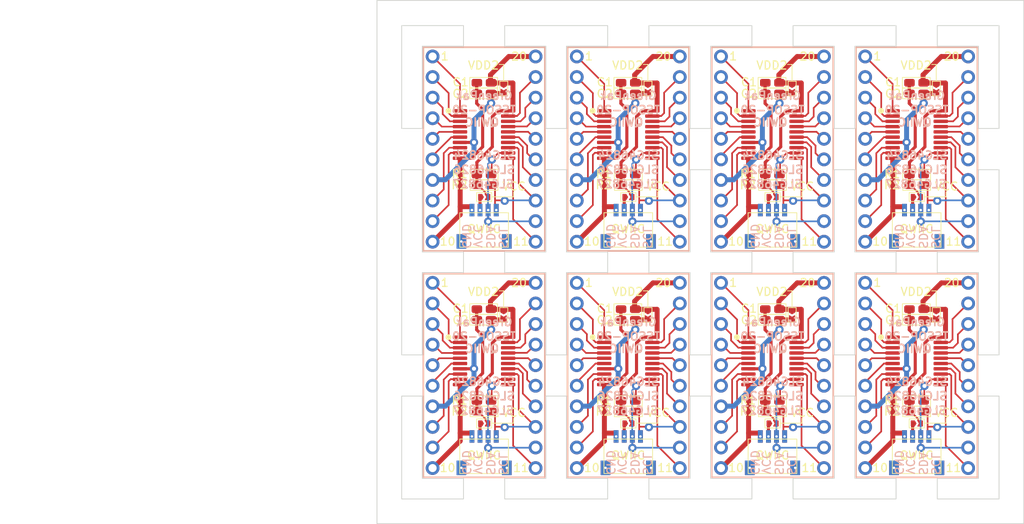
<source format=kicad_pcb>
(kicad_pcb (version 20221018) (generator pcbnew)
  (layers (0 "F.Cu" signal) (31 "B.Cu" signal) (34 "B.Paste" user) (35 "F.Paste" user) (36 "B.SilkS" user "B.Silkscreen") (37 "F.SilkS" user "F.Silkscreen") (38 "B.Mask" user) (39 "F.Mask" user) (44 "Edge.Cuts" user))
  (net 0 "")
  (footprint "greenpack_smd_adapters:GREENPAK-SMD-ADAPTER-TSSOP-20-QWIIC" (layer "F.Cu") (at 183.134 110.617)
    (fp_text reference "REF**" hide)
    (fp_text value "GREENPAK-SMD-ADAPTER-TSSOP-20-QWIIC" hide)
  )
  (footprint "greenpack_smd_adapters:GREENPAK-SMD-ADAPTER-TSSOP-20-QWIIC" (layer "F.Cu") (at 147.574 82.677)
    (fp_text reference "REF**" hide)
    (fp_text value "GREENPAK-SMD-ADAPTER-TSSOP-20-QWIIC" hide)
  )
  (footprint "greenpack_smd_adapters:GREENPAK-SMD-ADAPTER-TSSOP-20-QWIIC" (layer "F.Cu") (at 147.574 110.617)
    (fp_text reference "REF**" hide)
    (fp_text value "GREENPAK-SMD-ADAPTER-TSSOP-20-QWIIC" hide)
  )
  (footprint "greenpack_smd_adapters:GREENPAK-SMD-ADAPTER-TSSOP-20-QWIIC" (layer "F.Cu") (at 183.134 82.677)
    (fp_text reference "REF**" hide)
    (fp_text value "GREENPAK-SMD-ADAPTER-TSSOP-20-QWIIC" hide)
  )
  (footprint "greenpack_smd_adapters:GREENPAK-SMD-ADAPTER-TSSOP-20-QWIIC" (layer "F.Cu") (at 165.354 82.677)
    (fp_text reference "REF**" hide)
    (fp_text value "GREENPAK-SMD-ADAPTER-TSSOP-20-QWIIC" hide)
  )
  (footprint "greenpack_smd_adapters:GREENPAK-SMD-ADAPTER-TSSOP-20-QWIIC" (layer "F.Cu") (at 129.794 82.677)
    (fp_text reference "REF**" hide)
    (fp_text value "GREENPAK-SMD-ADAPTER-TSSOP-20-QWIIC" hide)
  )
  (footprint "greenpack_smd_adapters:GREENPAK-SMD-ADAPTER-TSSOP-20-QWIIC" (layer "F.Cu") (at 129.794 110.617)
    (fp_text reference "REF**" hide)
    (fp_text value "GREENPAK-SMD-ADAPTER-TSSOP-20-QWIIC" hide)
  )
  (footprint "greenpack_smd_adapters:GREENPAK-SMD-ADAPTER-TSSOP-20-QWIIC" (layer "F.Cu") (at 165.354 110.617)
    (fp_text reference "REF**" hide)
    (fp_text value "GREENPAK-SMD-ADAPTER-TSSOP-20-QWIIC" hide)
  )
  (gr_poly (pts (xy 145.034 125.857) (xy 145.034 123.317) (xy 139.954 123.317) (xy 139.954 113.157) (xy 137.414 113.157) (xy 137.414 123.317) (xy 132.334 123.317) (xy 132.334 125.857)) (stroke (width 0.1)) (fill none) (layer "Edge.Cuts"))
  (gr_poly (pts (xy 132.334 67.437) (xy 132.334 69.977) (xy 137.414 69.977) (xy 137.414 80.137) (xy 139.954 80.137) (xy 139.954 69.977) (xy 145.034 69.977) (xy 145.034 67.437)) (stroke (width 0.1)) (fill none) (layer "Edge.Cuts"))
  (gr_poly (pts (xy 167.894 67.437) (xy 167.894 69.977) (xy 172.974 69.977) (xy 172.974 80.137) (xy 175.514 80.137) (xy 175.514 69.977) (xy 180.594 69.977) (xy 180.594 67.437)) (stroke (width 0.1)) (fill none) (layer "Edge.Cuts"))
  (gr_poly (pts (xy 162.814 125.857) (xy 162.814 123.317) (xy 157.734 123.317) (xy 157.734 113.157) (xy 155.194 113.157) (xy 155.194 123.317) (xy 150.114 123.317) (xy 150.114 125.857)) (stroke (width 0.1)) (fill none) (layer "Edge.Cuts"))
  (gr_poly (pts (xy 185.674 69.977) (xy 190.754 69.977) (xy 190.754 80.137) (xy 193.294 80.137) (xy 193.294 67.437) (xy 185.674 67.437)) (stroke (width 0.1)) (fill none) (layer "Edge.Cuts"))
  (gr_poly (pts (xy 132.334 97.917) (xy 132.334 95.377) (xy 137.414 95.377) (xy 137.414 85.217) (xy 139.954 85.217) (xy 139.954 95.377) (xy 145.034 95.377) (xy 145.034 97.917) (xy 139.954 97.917) (xy 139.954 108.077) (xy 137.414 108.077) (xy 137.414 97.917)) (stroke (width 0.1)) (fill none) (layer "Edge.Cuts"))
  (gr_poly (pts (xy 180.594 125.857) (xy 180.594 123.317) (xy 175.514 123.317) (xy 175.514 113.157) (xy 172.974 113.157) (xy 172.974 123.317) (xy 167.894 123.317) (xy 167.894 125.857)) (stroke (width 0.1)) (fill none) (layer "Edge.Cuts"))
  (gr_poly (pts (xy 127.254 123.317) (xy 122.174 123.317) (xy 122.174 113.157) (xy 119.634 113.157) (xy 119.634 125.857) (xy 127.254 125.857)) (stroke (width 0.1)) (fill none) (layer "Edge.Cuts"))
  (gr_poly (pts (xy 167.894 97.917) (xy 167.894 95.377) (xy 172.974 95.377) (xy 172.974 85.217) (xy 175.514 85.217) (xy 175.514 95.377) (xy 180.594 95.377) (xy 180.594 97.917) (xy 175.514 97.917) (xy 175.514 108.077) (xy 172.974 108.077) (xy 172.974 97.917)) (stroke (width 0.1)) (fill none) (layer "Edge.Cuts"))
  (gr_poly (pts (xy 150.114 97.917) (xy 150.114 95.377) (xy 155.194 95.377) (xy 155.194 85.217) (xy 157.734 85.217) (xy 157.734 95.377) (xy 162.814 95.377) (xy 162.814 97.917) (xy 157.734 97.917) (xy 157.734 108.077) (xy 155.194 108.077) (xy 155.194 97.917)) (stroke (width 0.1)) (fill none) (layer "Edge.Cuts"))
  (gr_poly (pts (xy 190.754 108.077) (xy 193.294 108.077) (xy 193.294 85.217) (xy 190.754 85.217) (xy 190.754 95.377) (xy 185.674 95.377) (xy 185.674 97.917) (xy 190.754 97.917)) (stroke (width 0.1)) (fill none) (layer "Edge.Cuts"))
  (gr_poly (pts (xy 122.174 85.217) (xy 119.634 85.217) (xy 119.634 108.077) (xy 122.174 108.077) (xy 122.174 97.917) (xy 127.254 97.917) (xy 127.254 95.377) (xy 122.174 95.377)) (stroke (width 0.1)) (fill none) (layer "Edge.Cuts"))
  (gr_poly (pts (xy 185.674 123.317) (xy 190.754 123.317) (xy 190.754 113.157) (xy 193.294 113.157) (xy 193.294 125.857) (xy 185.674 125.857)) (stroke (width 0.1)) (fill none) (layer "Edge.Cuts"))
  (gr_rect (start 116.586 64.3255) (end 196.342 128.905) (stroke (width 0.1)) (fill none) (layer "Edge.Cuts"))
  (gr_poly (pts (xy 127.254 69.977) (xy 122.174 69.977) (xy 122.174 80.137) (xy 119.634 80.137) (xy 119.634 67.437) (xy 127.254 67.437)) (stroke (width 0.1)) (fill none) (layer "Edge.Cuts"))
  (gr_poly (pts (xy 150.114 67.437) (xy 150.114 69.977) (xy 155.194 69.977) (xy 155.194 80.137) (xy 157.734 80.137) (xy 157.734 69.977) (xy 162.814 69.977) (xy 162.814 67.437)) (stroke (width 0.1)) (fill none) (layer "Edge.Cuts"))
)
</source>
